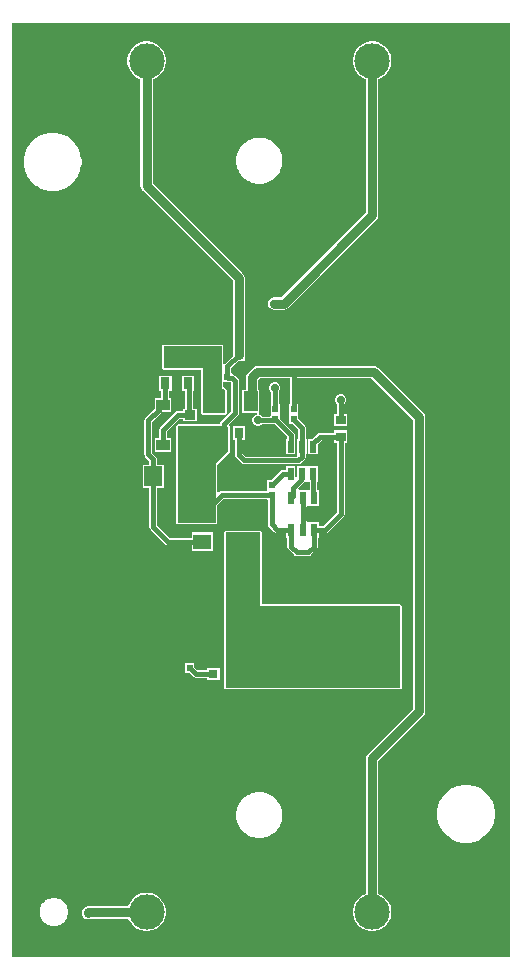
<source format=gbl>
G04*
G04 #@! TF.GenerationSoftware,Altium Limited,Altium Designer,24.2.2 (26)*
G04*
G04 Layer_Physical_Order=2*
G04 Layer_Color=16711680*
%FSLAX44Y44*%
%MOMM*%
G71*
G04*
G04 #@! TF.SameCoordinates,FA43C0E3-4D26-4613-8E19-43AB185FC845*
G04*
G04*
G04 #@! TF.FilePolarity,Positive*
G04*
G01*
G75*
%ADD13C,0.7620*%
%ADD14C,0.3810*%
%ADD15C,3.0000*%
%ADD16C,0.7112*%
%ADD17R,3.5000X1.5000*%
%ADD18R,1.1500X0.9500*%
%ADD19R,1.5000X1.3000*%
%ADD20R,0.8000X0.8000*%
%ADD21R,0.8000X0.9000*%
%ADD22R,0.9000X0.8000*%
%ADD23R,0.5657X0.5400*%
%ADD24R,1.4850X1.7280*%
%ADD25R,0.5400X0.5657*%
%ADD26R,1.6350X2.7000*%
%ADD27R,0.6000X1.1000*%
%ADD28R,0.8640X0.8065*%
%ADD29R,1.1901X1.7280*%
%ADD30R,0.8000X1.0000*%
%ADD31R,0.8000X0.8000*%
%ADD32R,0.5320X1.0720*%
G36*
X720591Y45473D02*
X299219D01*
Y835653D01*
X720591D01*
Y45473D01*
D02*
G37*
%LPC*%
G36*
X333254Y742901D02*
X333250Y742900D01*
X333245Y742901D01*
X331035Y742890D01*
X330839Y742850D01*
X330639Y742850D01*
X326309Y741970D01*
X326124Y741892D01*
X325928Y741852D01*
X321852Y740147D01*
X321686Y740035D01*
X321501Y739958D01*
X317834Y737492D01*
X317693Y737350D01*
X317527Y737238D01*
X314410Y734107D01*
X314299Y733940D01*
X314157Y733798D01*
X311709Y730120D01*
X311633Y729935D01*
X311522Y729768D01*
X309835Y725684D01*
X309797Y725487D01*
X309720Y725302D01*
X308861Y720968D01*
X308861Y720768D01*
X308822Y720571D01*
X308822Y716153D01*
X308861Y715956D01*
X308861Y715756D01*
X309720Y711422D01*
X309797Y711237D01*
X309835Y711040D01*
X311521Y706956D01*
X311632Y706789D01*
X311709Y706604D01*
X314157Y702926D01*
X314298Y702784D01*
X314409Y702617D01*
X317526Y699485D01*
X317692Y699374D01*
X317834Y699232D01*
X321500Y696766D01*
X321685Y696689D01*
X321851Y696577D01*
X325927Y694871D01*
X326124Y694832D01*
X326308Y694754D01*
X330638Y693874D01*
X330839Y693873D01*
X331035Y693833D01*
X333244Y693823D01*
X333254Y693825D01*
X333264Y693823D01*
X335473Y693833D01*
X335669Y693873D01*
X335869Y693874D01*
X340199Y694754D01*
X340384Y694831D01*
X340580Y694871D01*
X344656Y696577D01*
X344823Y696689D01*
X345007Y696766D01*
X348674Y699231D01*
X348815Y699373D01*
X348982Y699485D01*
X352099Y702617D01*
X352209Y702784D01*
X352351Y702925D01*
X354799Y706604D01*
X354875Y706789D01*
X354986Y706955D01*
X356673Y711040D01*
X356712Y711236D01*
X356788Y711421D01*
X357648Y715755D01*
X357647Y715956D01*
X357686Y716152D01*
X357687Y720571D01*
X357647Y720767D01*
X357648Y720967D01*
X356788Y725302D01*
X356712Y725487D01*
X356673Y725683D01*
X354987Y729768D01*
X354876Y729934D01*
X354799Y730119D01*
X352351Y733798D01*
X352210Y733940D01*
X352099Y734106D01*
X348982Y737238D01*
X348816Y737350D01*
X348675Y737492D01*
X345008Y739958D01*
X344823Y740035D01*
X344657Y740147D01*
X340581Y741852D01*
X340385Y741892D01*
X340200Y741969D01*
X335870Y742849D01*
X335670Y742850D01*
X335473Y742890D01*
X333264Y742901D01*
X333259Y742900D01*
X333254Y742901D01*
D02*
G37*
G36*
X506532Y738902D02*
X506335Y738862D01*
X506134D01*
X502753Y738190D01*
X502567Y738113D01*
X502370Y738074D01*
X499185Y736755D01*
X499018Y736643D01*
X498833Y736566D01*
X495966Y734651D01*
X495824Y734509D01*
X495657Y734398D01*
X493220Y731960D01*
X493108Y731793D01*
X492966Y731651D01*
X491051Y728785D01*
X490974Y728599D01*
X490863Y728432D01*
X489543Y725247D01*
X489504Y725050D01*
X489427Y724865D01*
X488755Y721484D01*
Y721283D01*
X488715Y721086D01*
X488715Y717638D01*
X488755Y717442D01*
Y717241D01*
X489427Y713860D01*
X489504Y713674D01*
X489543Y713477D01*
X490862Y710292D01*
X490974Y710125D01*
X491051Y709940D01*
X492966Y707073D01*
X493108Y706931D01*
X493219Y706764D01*
X495657Y704327D01*
X495824Y704215D01*
X495966Y704073D01*
X498832Y702158D01*
X499018Y702081D01*
X499185Y701969D01*
X502370Y700650D01*
X502567Y700611D01*
X502752Y700534D01*
X506133Y699861D01*
X506334D01*
X506531Y699822D01*
X508255D01*
X509978Y699822D01*
X510175Y699861D01*
X510376D01*
X513757Y700534D01*
X513943Y700611D01*
X514140Y700650D01*
X517325Y701969D01*
X517492Y702081D01*
X517677Y702158D01*
X520544Y704073D01*
X520686Y704215D01*
X520853Y704326D01*
X523290Y706764D01*
X523402Y706931D01*
X523544Y707073D01*
X525459Y709939D01*
X525536Y710125D01*
X525648Y710292D01*
X526967Y713477D01*
X527006Y713673D01*
X527083Y713859D01*
X527756Y717240D01*
Y717441D01*
X527795Y717638D01*
X527795Y721085D01*
X527756Y721282D01*
Y721483D01*
X527083Y724864D01*
X527006Y725050D01*
X526967Y725247D01*
X525648Y728432D01*
X525536Y728599D01*
X525459Y728784D01*
X523544Y731650D01*
X523402Y731793D01*
X523291Y731960D01*
X520853Y734397D01*
X520686Y734509D01*
X520544Y734651D01*
X517678Y736566D01*
X517492Y736643D01*
X517325Y736754D01*
X514140Y738074D01*
X513943Y738113D01*
X513758Y738190D01*
X510377Y738862D01*
X510176D01*
X509979Y738902D01*
X508255D01*
X506532Y738902D01*
D02*
G37*
G36*
X605357Y820382D02*
X602152D01*
X599008Y819757D01*
X596048Y818530D01*
X593383Y816750D01*
X591116Y814483D01*
X589336Y811819D01*
X588110Y808858D01*
X587484Y805714D01*
Y802510D01*
X588110Y799366D01*
X589336Y796405D01*
X591116Y793740D01*
X593383Y791474D01*
X596048Y789694D01*
X598575Y788647D01*
Y675242D01*
X526937Y603604D01*
X520700D01*
X518718Y603209D01*
X517038Y602086D01*
X515915Y600406D01*
X515521Y598424D01*
X515915Y596442D01*
X517038Y594762D01*
X518718Y593639D01*
X520700Y593245D01*
X529082D01*
X531064Y593639D01*
X532744Y594762D01*
X607417Y669434D01*
X608539Y671114D01*
X608934Y673096D01*
Y788647D01*
X611461Y789694D01*
X614126Y791474D01*
X616392Y793740D01*
X618172Y796405D01*
X619399Y799366D01*
X620024Y802510D01*
Y805714D01*
X619399Y808858D01*
X618172Y811819D01*
X616392Y814483D01*
X614126Y816750D01*
X611461Y818530D01*
X608500Y819757D01*
X605357Y820382D01*
D02*
G37*
G36*
X414356D02*
X411151D01*
X408008Y819757D01*
X405047Y818530D01*
X402382Y816750D01*
X400116Y814483D01*
X398336Y811819D01*
X397109Y808858D01*
X396484Y805714D01*
Y802510D01*
X397109Y799366D01*
X398336Y796405D01*
X400116Y793740D01*
X402382Y791474D01*
X405047Y789694D01*
X407574Y788647D01*
Y698243D01*
X407968Y696261D01*
X409091Y694581D01*
X485660Y618011D01*
Y560260D01*
X485570D01*
Y554298D01*
X478895Y547623D01*
X478525Y547659D01*
X477625Y548052D01*
Y562356D01*
X477222Y563328D01*
X476250Y563731D01*
X427228D01*
X426256Y563328D01*
X425853Y562356D01*
Y543814D01*
X426256Y542842D01*
X427228Y542439D01*
X458873D01*
Y505714D01*
X459276Y504742D01*
X460248Y504339D01*
X479176D01*
X479430Y504445D01*
X479705Y504445D01*
X479709Y504447D01*
X479901Y504640D01*
X480152Y504744D01*
X480258Y504997D01*
X480452Y505192D01*
X480451Y505464D01*
X480555Y505716D01*
Y525530D01*
X480152Y526502D01*
X480152Y526502D01*
X479394Y527260D01*
X478422Y527663D01*
X477625Y528524D01*
Y531970D01*
X481579D01*
X481891Y531908D01*
X484107D01*
X484443Y531572D01*
Y507309D01*
X475958Y498824D01*
X475256Y497774D01*
X475010Y496535D01*
Y496167D01*
X439420D01*
X438448Y495764D01*
X438045Y494792D01*
Y412750D01*
X438448Y411778D01*
X439420Y411375D01*
X471424D01*
X472396Y411778D01*
X472799Y412750D01*
Y428140D01*
X477783Y433125D01*
X514952D01*
Y432263D01*
X515431D01*
Y411734D01*
X515677Y410495D01*
X516379Y409445D01*
X520989Y404835D01*
X522039Y404133D01*
X523278Y403887D01*
X531060D01*
Y400354D01*
X532093D01*
Y392532D01*
X532340Y391293D01*
X533041Y390243D01*
X537715Y385569D01*
X538765Y384867D01*
X540004Y384621D01*
X549656D01*
X550895Y384867D01*
X551945Y385569D01*
X556619Y390243D01*
X557320Y391293D01*
X557567Y392532D01*
Y400354D01*
X558600D01*
Y403887D01*
X564096D01*
X565335Y404133D01*
X566385Y404835D01*
X579631Y418081D01*
X580333Y419131D01*
X580579Y420370D01*
Y480490D01*
X582858D01*
Y491030D01*
X571318D01*
Y488997D01*
X559548D01*
X558309Y488751D01*
X557259Y488049D01*
X553141Y483931D01*
X549859D01*
Y470671D01*
X557719D01*
Y479353D01*
X560889Y482523D01*
X571318D01*
Y480490D01*
X574105D01*
Y421711D01*
X562755Y410361D01*
X558600D01*
Y413894D01*
X550370D01*
X550060Y413894D01*
X549100D01*
X548067Y414865D01*
Y426456D01*
X548965Y427354D01*
X550060D01*
X550370Y427354D01*
X558600D01*
Y440894D01*
X557297D01*
Y447689D01*
X557719D01*
Y460949D01*
X549859D01*
Y447689D01*
X550822D01*
Y441657D01*
X550060Y440894D01*
X549100D01*
X548790Y440894D01*
X541756D01*
X541230Y442164D01*
X545824Y446758D01*
X546446Y447689D01*
X548220D01*
Y460949D01*
X540360D01*
Y453877D01*
X540297Y453564D01*
Y451191D01*
X539990Y450979D01*
X538720Y451647D01*
Y460949D01*
X530860D01*
Y457556D01*
X528095D01*
X526856Y457310D01*
X525806Y456608D01*
X518314Y449116D01*
X514952D01*
X514952Y440497D01*
X514054Y439599D01*
X476442D01*
X475203Y439353D01*
X474153Y438651D01*
X473972Y438470D01*
X472799Y438956D01*
Y461965D01*
X483062Y472228D01*
X483062D01*
X483062Y472228D01*
X483064Y472230D01*
X483266Y472719D01*
X483467Y473199D01*
Y473202D01*
X483467Y473202D01*
X483467Y473202D01*
X483512Y493548D01*
X483512Y493549D01*
X483512Y493549D01*
X483316Y494024D01*
X483111Y494521D01*
X483111Y494521D01*
X483110Y494522D01*
X481962Y495672D01*
X489969Y503679D01*
X490671Y504729D01*
X490917Y505968D01*
Y532913D01*
X490671Y534152D01*
X489969Y535202D01*
X487737Y537434D01*
X486687Y538136D01*
X485448Y538382D01*
X485195D01*
Y539910D01*
X484333D01*
Y543906D01*
X490148Y549720D01*
X496110D01*
Y560260D01*
X496019D01*
Y620156D01*
X495625Y622138D01*
X494502Y623819D01*
X494502Y623819D01*
X417933Y700388D01*
Y788647D01*
X420461Y789694D01*
X423125Y791474D01*
X425392Y793740D01*
X427172Y796405D01*
X428399Y799366D01*
X429024Y802510D01*
Y805714D01*
X428399Y808858D01*
X427172Y811819D01*
X425392Y814483D01*
X423125Y816750D01*
X420461Y818530D01*
X417500Y819757D01*
X414356Y820382D01*
D02*
G37*
G36*
X452920Y537060D02*
X442380D01*
Y524520D01*
X445378D01*
Y509406D01*
X443990D01*
Y507341D01*
X439080D01*
X437841Y507094D01*
X436791Y506393D01*
X424431Y494033D01*
X423729Y492983D01*
X423483Y491744D01*
Y484396D01*
X419700D01*
Y472356D01*
X433740D01*
Y484396D01*
X429957D01*
Y490403D01*
X440420Y500866D01*
X443990D01*
Y498801D01*
X455170D01*
Y509406D01*
X451852D01*
Y524520D01*
X452920D01*
Y537060D01*
D02*
G37*
G36*
X578048Y521716D02*
X576128D01*
X574354Y520981D01*
X572997Y519624D01*
X572262Y517850D01*
Y515930D01*
X572997Y514156D01*
X573851Y513302D01*
Y505030D01*
X571318D01*
Y494490D01*
X582858D01*
Y505030D01*
X580325D01*
Y513302D01*
X581179Y514156D01*
X581914Y515930D01*
Y517850D01*
X581179Y519624D01*
X579822Y520981D01*
X578048Y521716D01*
D02*
G37*
G36*
X433920Y537060D02*
X423380D01*
Y524520D01*
X425413D01*
Y518244D01*
X419700D01*
Y509782D01*
X411731Y501813D01*
X411029Y500763D01*
X410783Y499524D01*
Y470869D01*
X411029Y469630D01*
X411731Y468580D01*
X415177Y465134D01*
Y462030D01*
X409719D01*
Y442210D01*
X415177D01*
Y409372D01*
X415423Y408133D01*
X416125Y407083D01*
X428556Y394652D01*
X429606Y393950D01*
X430845Y393704D01*
X451249D01*
Y389171D01*
X468789D01*
Y404711D01*
X451249D01*
Y400178D01*
X432186D01*
X421651Y410713D01*
Y442210D01*
X427109D01*
Y462030D01*
X421651D01*
Y466475D01*
X421405Y467714D01*
X420703Y468764D01*
X417257Y472210D01*
Y498183D01*
X425164Y506090D01*
X425240Y506204D01*
X433740D01*
Y518244D01*
X431887D01*
Y524520D01*
X433920D01*
Y537060D01*
D02*
G37*
G36*
X453296Y294156D02*
X445356D01*
Y285960D01*
X448718D01*
X451978Y282699D01*
X453029Y281997D01*
X454268Y281751D01*
X464122D01*
Y279718D01*
X474662D01*
Y290258D01*
X464122D01*
Y288225D01*
X455608D01*
X453296Y290538D01*
Y294156D01*
D02*
G37*
G36*
X508762Y405997D02*
X480060D01*
X479088Y405594D01*
X478685Y404622D01*
Y273050D01*
X479088Y272078D01*
X480060Y271675D01*
X627380D01*
X628352Y272078D01*
X628755Y273050D01*
Y342392D01*
X628352Y343364D01*
X627380Y343767D01*
X510137D01*
Y404622D01*
X509734Y405594D01*
X508762Y405997D01*
D02*
G37*
G36*
X683254Y190903D02*
X683249Y190902D01*
X683244Y190903D01*
X681035Y190892D01*
X680838Y190852D01*
X680638Y190852D01*
X676308Y189972D01*
X676123Y189894D01*
X675927Y189854D01*
X671851Y188149D01*
X671685Y188037D01*
X671500Y187960D01*
X667833Y185494D01*
X667692Y185352D01*
X667526Y185241D01*
X664409Y182109D01*
X664298Y181942D01*
X664157Y181800D01*
X661708Y178122D01*
X661632Y177937D01*
X661521Y177770D01*
X659835Y173686D01*
X659796Y173489D01*
X659719Y173304D01*
X658860Y168970D01*
X658860Y168770D01*
X658821Y168573D01*
X658821Y164155D01*
X658860Y163958D01*
X658860Y163758D01*
X659719Y159424D01*
X659796Y159239D01*
X659835Y159043D01*
X661521Y154958D01*
X661632Y154791D01*
X661708Y154606D01*
X664156Y150928D01*
X664298Y150786D01*
X664409Y150619D01*
X667525Y147487D01*
X667692Y147376D01*
X667833Y147234D01*
X671499Y144768D01*
X671684Y144691D01*
X671850Y144579D01*
X675927Y142873D01*
X676123Y142834D01*
X676308Y142756D01*
X680638Y141876D01*
X680838Y141875D01*
X681034Y141835D01*
X683243Y141825D01*
X683253Y141827D01*
X683263Y141825D01*
X685472Y141835D01*
X685668Y141875D01*
X685869Y141876D01*
X690199Y142756D01*
X690383Y142834D01*
X690580Y142873D01*
X694656Y144579D01*
X694822Y144691D01*
X695007Y144768D01*
X698673Y147233D01*
X698815Y147375D01*
X698981Y147487D01*
X702098Y150619D01*
X702209Y150786D01*
X702350Y150928D01*
X704798Y154606D01*
X704875Y154791D01*
X704986Y154958D01*
X706672Y159042D01*
X706711Y159238D01*
X706787Y159423D01*
X707647Y163758D01*
X707647Y163958D01*
X707686Y164154D01*
X707686Y168573D01*
X707647Y168769D01*
X707647Y168970D01*
X706787Y173304D01*
X706711Y173489D01*
X706672Y173685D01*
X704986Y177770D01*
X704875Y177936D01*
X704799Y178121D01*
X702350Y181800D01*
X702209Y181942D01*
X702098Y182108D01*
X698981Y185240D01*
X698815Y185352D01*
X698674Y185494D01*
X695007Y187960D01*
X694822Y188037D01*
X694656Y188149D01*
X690580Y189854D01*
X690384Y189894D01*
X690199Y189971D01*
X685869Y190851D01*
X685669Y190852D01*
X685473Y190892D01*
X683263Y190903D01*
X683259Y190902D01*
X683254Y190903D01*
D02*
G37*
G36*
X506532Y184902D02*
X506335Y184863D01*
X506134D01*
X502753Y184191D01*
X502567Y184114D01*
X502370Y184074D01*
X499185Y182755D01*
X499018Y182644D01*
X498833Y182567D01*
X495966Y180652D01*
X495824Y180510D01*
X495657Y180398D01*
X493220Y177961D01*
X493108Y177794D01*
X492966Y177652D01*
X491051Y174785D01*
X490974Y174600D01*
X490863Y174433D01*
X489543Y171248D01*
X489504Y171051D01*
X489427Y170865D01*
X488755Y167484D01*
Y167283D01*
X488715Y167086D01*
X488715Y163639D01*
X488755Y163442D01*
Y163241D01*
X489427Y159860D01*
X489504Y159675D01*
X489543Y159478D01*
X490862Y156293D01*
X490974Y156126D01*
X491051Y155940D01*
X492966Y153074D01*
X493108Y152932D01*
X493219Y152765D01*
X495657Y150327D01*
X495824Y150216D01*
X495966Y150074D01*
X498832Y148158D01*
X499018Y148082D01*
X499185Y147970D01*
X502370Y146651D01*
X502567Y146611D01*
X502752Y146535D01*
X506133Y145862D01*
X506334D01*
X506531Y145823D01*
X508255D01*
X509978Y145823D01*
X510175Y145862D01*
X510376D01*
X513757Y146535D01*
X513943Y146611D01*
X514140Y146650D01*
X517325Y147970D01*
X517492Y148081D01*
X517677Y148158D01*
X520544Y150073D01*
X520686Y150215D01*
X520853Y150327D01*
X523290Y152764D01*
X523402Y152931D01*
X523544Y153074D01*
X525459Y155940D01*
X525536Y156125D01*
X525648Y156292D01*
X526967Y159477D01*
X527006Y159674D01*
X527083Y159860D01*
X527756Y163241D01*
Y163442D01*
X527795Y163639D01*
X527795Y167086D01*
X527756Y167283D01*
Y167484D01*
X527083Y170865D01*
X527006Y171050D01*
X526967Y171247D01*
X525648Y174432D01*
X525536Y174599D01*
X525459Y174785D01*
X523544Y177651D01*
X523402Y177793D01*
X523291Y177960D01*
X520853Y180398D01*
X520686Y180509D01*
X520544Y180651D01*
X517678Y182567D01*
X517492Y182643D01*
X517325Y182755D01*
X514140Y184074D01*
X513943Y184114D01*
X513758Y184190D01*
X510377Y184863D01*
X510176D01*
X509979Y184902D01*
X508255D01*
X506532Y184902D01*
D02*
G37*
G36*
X332939Y95403D02*
X332677Y95351D01*
X332411Y95334D01*
X329868Y94652D01*
X329628Y94534D01*
X329376Y94449D01*
X327095Y93132D01*
X326895Y92956D01*
X326673Y92808D01*
X324811Y90946D01*
X324663Y90725D01*
X324487Y90524D01*
X323170Y88244D01*
X323085Y87991D01*
X322967Y87752D01*
X322285Y85209D01*
X322268Y84942D01*
X322216Y84681D01*
X322215Y82048D01*
X322267Y81786D01*
X322285Y81520D01*
X322966Y78977D01*
X323084Y78737D01*
X323170Y78485D01*
X324487Y76204D01*
X324663Y76004D01*
X324811Y75782D01*
X326673Y73920D01*
X326894Y73772D01*
X327095Y73596D01*
X329375Y72280D01*
X329628Y72194D01*
X329867Y72076D01*
X332410Y71394D01*
X332676Y71377D01*
X332938Y71325D01*
X334254Y71325D01*
X335571Y71325D01*
X335833Y71377D01*
X336099Y71394D01*
X338642Y72076D01*
X338881Y72193D01*
X339134Y72279D01*
X341414Y73596D01*
X341615Y73772D01*
X341837Y73920D01*
X343699Y75782D01*
X343847Y76003D01*
X344023Y76204D01*
X345339Y78484D01*
X345425Y78737D01*
X345543Y78976D01*
X346225Y81519D01*
X346242Y81785D01*
X346294Y82047D01*
X346294Y84680D01*
X346242Y84942D01*
X346225Y85208D01*
X345543Y87751D01*
X345425Y87991D01*
X345340Y88243D01*
X344023Y90524D01*
X343847Y90724D01*
X343699Y90946D01*
X341837Y92808D01*
X341615Y92956D01*
X341415Y93132D01*
X339135Y94448D01*
X338882Y94534D01*
X338643Y94652D01*
X336100Y95334D01*
X335833Y95351D01*
X335572Y95403D01*
X334255Y95403D01*
X332939Y95403D01*
D02*
G37*
G36*
X605267Y545707D02*
X506622D01*
X504640Y545312D01*
X502959Y544190D01*
X498495Y539726D01*
X497373Y538046D01*
X496978Y536063D01*
Y525530D01*
X493640D01*
Y505710D01*
X506015D01*
X506024Y504444D01*
X504250Y503709D01*
X502893Y502352D01*
X502158Y500578D01*
Y498658D01*
X502893Y496884D01*
X504250Y495527D01*
X506024Y494792D01*
X507944D01*
X509718Y495527D01*
X510410Y496219D01*
X520921D01*
X521234Y496282D01*
X521236D01*
X531553Y485965D01*
Y483931D01*
X530860D01*
Y470671D01*
X538720D01*
Y483931D01*
X538027D01*
Y487306D01*
X537781Y488545D01*
X537079Y489595D01*
X525686Y500988D01*
X525686Y504478D01*
X525686Y505748D01*
Y513135D01*
X524699D01*
Y523462D01*
X525299Y524062D01*
X526034Y525836D01*
Y527756D01*
X525299Y529530D01*
X523942Y530887D01*
X522168Y531622D01*
X520248D01*
X518474Y530887D01*
X517117Y529530D01*
X516382Y527756D01*
Y525836D01*
X517117Y524062D01*
X518225Y522954D01*
Y513135D01*
X517746D01*
Y505748D01*
X517746Y504938D01*
X517746Y503964D01*
X517032Y502694D01*
X510733D01*
X509718Y503709D01*
X507944Y504444D01*
X507953Y505710D01*
X508080D01*
Y525530D01*
X507337D01*
Y533918D01*
X508767Y535348D01*
X533973D01*
Y513135D01*
X533240D01*
Y505748D01*
X533240Y504938D01*
X533240Y503668D01*
Y496282D01*
X536602D01*
X541052Y491831D01*
Y483931D01*
X540360D01*
Y470671D01*
X540360D01*
X540290Y469430D01*
X539679Y468819D01*
X496895D01*
X493965Y471749D01*
Y483180D01*
X496140D01*
Y494720D01*
X485600D01*
Y483180D01*
X487491D01*
Y470408D01*
X487737Y469169D01*
X488439Y468119D01*
X493265Y463293D01*
X494315Y462591D01*
X495554Y462345D01*
X541020D01*
X542259Y462591D01*
X543309Y463293D01*
X546579Y466563D01*
X547280Y467613D01*
X547527Y468852D01*
Y470671D01*
X548220D01*
Y483931D01*
X547527D01*
Y493172D01*
X547280Y494411D01*
X546579Y495461D01*
X541180Y500860D01*
X541180Y504478D01*
X541180Y505748D01*
Y513135D01*
X540447D01*
Y535348D01*
X603121D01*
X638456Y500013D01*
Y255383D01*
X600092Y217019D01*
X598969Y215338D01*
X598575Y213356D01*
Y98829D01*
X596048Y97782D01*
X593383Y96002D01*
X591116Y93736D01*
X589336Y91071D01*
X588110Y88110D01*
X587484Y84966D01*
Y81762D01*
X588110Y78618D01*
X589336Y75657D01*
X591116Y72993D01*
X593383Y70726D01*
X596048Y68946D01*
X599008Y67719D01*
X602152Y67094D01*
X605357D01*
X608500Y67719D01*
X611461Y68946D01*
X614126Y70726D01*
X616392Y72993D01*
X618172Y75657D01*
X619399Y78618D01*
X620024Y81762D01*
Y84966D01*
X619399Y88110D01*
X618172Y91071D01*
X616392Y93736D01*
X614126Y96002D01*
X611461Y97782D01*
X608934Y98829D01*
Y211211D01*
X647299Y249576D01*
X648421Y251256D01*
X648816Y253238D01*
Y502158D01*
X648421Y504140D01*
X647299Y505821D01*
X608929Y544190D01*
X607249Y545312D01*
X605267Y545707D01*
D02*
G37*
G36*
X414356Y99634D02*
X411151D01*
X408008Y99009D01*
X405047Y97782D01*
X402382Y96002D01*
X400116Y93736D01*
X398336Y91071D01*
X397120Y88137D01*
X363373D01*
X361391Y87742D01*
X359711Y86620D01*
X359304Y86213D01*
X358181Y84532D01*
X357786Y82550D01*
X358181Y80568D01*
X359304Y78888D01*
X360984Y77765D01*
X362966Y77371D01*
X364948Y77765D01*
X364967Y77778D01*
X397457D01*
X398336Y75657D01*
X400116Y72993D01*
X402382Y70726D01*
X405047Y68946D01*
X408008Y67719D01*
X411151Y67094D01*
X414356D01*
X417500Y67719D01*
X420461Y68946D01*
X423125Y70726D01*
X425392Y72993D01*
X427172Y75657D01*
X428399Y78618D01*
X429024Y81762D01*
Y84966D01*
X428399Y88110D01*
X427172Y91071D01*
X425392Y93736D01*
X423125Y96002D01*
X420461Y97782D01*
X417500Y99009D01*
X414356Y99634D01*
D02*
G37*
%LPD*%
G36*
X476250Y526288D02*
X478422D01*
X479180Y525530D01*
Y505716D01*
X479176Y505714D01*
X460248D01*
Y543814D01*
X427228D01*
Y562356D01*
X476250D01*
Y526288D01*
D02*
G37*
G36*
X482137Y493551D02*
X482092Y473202D01*
X471424Y462534D01*
Y412750D01*
X439420D01*
Y494792D01*
X480899D01*
X482137Y493551D01*
D02*
G37*
G36*
X508762Y342392D02*
X627380D01*
Y273050D01*
X480060D01*
Y404622D01*
X508762D01*
Y342392D01*
D02*
G37*
D13*
X520700Y598424D02*
X529082D01*
X603754Y673096D01*
X502158Y516918D02*
Y536063D01*
X506622Y540527D02*
X605267D01*
X500860Y515620D02*
X502158Y516918D01*
Y536063D02*
X506622Y540527D01*
X605267D02*
X643636Y502158D01*
X362966Y82550D02*
X363373Y82957D01*
X412345D02*
X412753Y83365D01*
X363373Y82957D02*
X412345D01*
X603754Y673096D02*
Y804112D01*
Y213356D02*
X643636Y253238D01*
Y502158D01*
X603754Y83365D02*
Y213356D01*
X412753Y698243D02*
Y804112D01*
Y698243D02*
X490840Y620156D01*
Y554990D02*
Y620156D01*
D14*
X521462Y509290D02*
Y526542D01*
Y509290D02*
X521716Y509036D01*
X521208Y526796D02*
X521462Y526542D01*
X537210Y509036D02*
Y538703D01*
X490728Y470408D02*
Y488808D01*
X490870Y488950D01*
X490728Y470408D02*
X495554Y465582D01*
X541020D01*
X544290Y468852D02*
Y477301D01*
X541020Y465582D02*
X544290Y468852D01*
X490870Y488950D02*
X491505Y488315D01*
X507145Y499457D02*
X520921D01*
X521716Y500252D02*
Y500380D01*
X520921Y499457D02*
X521716Y500252D01*
X506984Y499618D02*
X507145Y499457D01*
X577088Y499760D02*
Y516890D01*
X418414Y409372D02*
Y452120D01*
X430845Y396941D02*
X460019D01*
X418414Y409372D02*
X430845Y396941D01*
X461019Y420939D02*
X476442Y436362D01*
X460019Y420939D02*
X461019D01*
X476442Y436362D02*
X518922D01*
X549656Y387858D02*
X554330Y392532D01*
Y407124D01*
X540004Y387858D02*
X549656D01*
X535330Y392532D02*
Y407124D01*
Y392532D02*
X540004Y387858D01*
X577342Y420370D02*
Y485506D01*
X577088Y485760D02*
X577342Y485506D01*
X564096Y407124D02*
X577342Y420370D01*
X554330Y407124D02*
X564096D01*
X518668Y436108D02*
X518922Y436362D01*
X518668Y411734D02*
Y436108D01*
X523278Y407124D02*
X535330D01*
X518668Y411734D02*
X523278Y407124D01*
X544830D02*
Y434124D01*
X518922Y445146D02*
X528095Y454319D01*
X534790D01*
X518922Y445018D02*
Y445146D01*
X536425Y435219D02*
Y441937D01*
X543535Y449047D02*
Y453564D01*
X536425Y441937D02*
X543535Y449047D01*
X535330Y434124D02*
X536425Y435219D01*
X543535Y453564D02*
X544290Y454319D01*
X554059Y434394D02*
Y454049D01*
Y434394D02*
X554330Y434124D01*
X553789Y454319D02*
X554059Y454049D01*
X553789Y480001D02*
X559548Y485760D01*
X577088D01*
X553789Y477301D02*
Y480001D01*
X534790Y477301D02*
Y487306D01*
X522639Y499457D02*
X534790Y487306D01*
X522511Y499457D02*
X522639D01*
X521716Y500252D02*
X522511Y499457D01*
X537210Y500252D02*
X544290Y493172D01*
Y477301D02*
Y493172D01*
X537210Y500252D02*
Y500380D01*
X478247Y490327D02*
Y496535D01*
X487680Y505968D02*
Y532913D01*
X476870Y488950D02*
X478247Y490327D01*
Y496535D02*
X487680Y505968D01*
X485448Y535145D02*
X487680Y532913D01*
X481891Y535145D02*
X485448D01*
X481096Y535940D02*
X481891Y535145D01*
X481096Y545247D02*
X490840Y554990D01*
X481096Y535940D02*
Y545247D01*
X426720Y512224D02*
X428650Y514154D01*
Y530790D01*
X425720Y512224D02*
X426720D01*
X422875Y509379D02*
X425720Y512224D01*
X422875Y508379D02*
Y509379D01*
X414020Y499524D02*
X422875Y508379D01*
X414020Y470869D02*
Y499524D01*
X418414Y452120D02*
Y466475D01*
X414020Y470869D02*
X418414Y466475D01*
X426720Y478376D02*
Y491744D01*
X439080Y504104D01*
X449580D01*
X447650Y530790D02*
X448615Y529825D01*
Y505069D02*
X449580Y504104D01*
X448615Y505069D02*
Y529825D01*
X449326Y289930D02*
Y290058D01*
X454268Y284988D02*
X469392D01*
X449326Y289930D02*
X454268Y284988D01*
D15*
X412754Y83364D02*
D03*
X603754D02*
D03*
Y804112D02*
D03*
X412754D02*
D03*
D16*
X692798Y268600D02*
D03*
X678575D02*
D03*
X662572D02*
D03*
X692152Y279608D02*
D03*
X678180Y280162D02*
D03*
X663842Y280284D02*
D03*
X602629Y394584D02*
D03*
X626250Y413126D02*
D03*
X612140Y406908D02*
D03*
X509016Y412242D02*
D03*
X480060Y411734D02*
D03*
X509270Y425704D02*
D03*
X421386Y276606D02*
D03*
X415290Y292608D02*
D03*
X418338Y326898D02*
D03*
X420370Y310642D02*
D03*
X438658Y277368D02*
D03*
X434594Y297434D02*
D03*
X439674Y315214D02*
D03*
X512064Y455930D02*
D03*
X501904D02*
D03*
X491490D02*
D03*
X480822D02*
D03*
X406654Y341376D02*
D03*
Y351536D02*
D03*
Y361950D02*
D03*
Y372618D02*
D03*
X417068Y341122D02*
D03*
Y351282D02*
D03*
Y361696D02*
D03*
Y372364D02*
D03*
X427990Y341122D02*
D03*
Y351282D02*
D03*
Y361696D02*
D03*
Y372364D02*
D03*
X438404Y340360D02*
D03*
Y350520D02*
D03*
Y360934D02*
D03*
Y371602D02*
D03*
X546100Y367792D02*
D03*
X556260D02*
D03*
X566674D02*
D03*
X577342D02*
D03*
X546354Y358394D02*
D03*
X556514D02*
D03*
X566928D02*
D03*
X577596D02*
D03*
X662432Y422910D02*
D03*
X672592D02*
D03*
X683006D02*
D03*
X693674D02*
D03*
X662178Y413766D02*
D03*
X672338D02*
D03*
X682752D02*
D03*
X693420D02*
D03*
X693674Y403860D02*
D03*
X683006D02*
D03*
X672592D02*
D03*
X662432D02*
D03*
X520700Y598424D02*
D03*
X521208Y526796D02*
D03*
X362966Y82550D02*
D03*
X506984Y499618D02*
D03*
X577088Y516890D02*
D03*
D17*
X675980Y303195D02*
D03*
X601980Y357995D02*
D03*
Y332994D02*
D03*
X675980Y387794D02*
D03*
D18*
X426720Y478376D02*
D03*
Y512224D02*
D03*
D19*
X460019Y420939D02*
D03*
X495021D02*
D03*
Y396941D02*
D03*
X460019D02*
D03*
D20*
X466740Y554990D02*
D03*
X490840D02*
D03*
D21*
X471139Y304800D02*
D03*
X485140D02*
D03*
X476870Y488950D02*
D03*
X490870D02*
D03*
D22*
X577088Y485760D02*
D03*
Y499760D02*
D03*
D23*
X472440Y535940D02*
D03*
X481096D02*
D03*
D24*
X418414Y452120D02*
D03*
X450266D02*
D03*
X493446Y330200D02*
D03*
X461594D02*
D03*
D25*
X537210Y509036D02*
D03*
Y500380D02*
D03*
X521716Y509036D02*
D03*
Y500380D02*
D03*
X449326Y298714D02*
D03*
Y290058D02*
D03*
X518922Y445018D02*
D03*
Y436362D02*
D03*
D26*
X462346Y360680D02*
D03*
X492694D02*
D03*
D27*
X535330Y434124D02*
D03*
X544830D02*
D03*
X554330D02*
D03*
Y407124D02*
D03*
X544830D02*
D03*
X535330D02*
D03*
D28*
X449580Y504104D02*
D03*
Y489036D02*
D03*
D29*
X471960Y515620D02*
D03*
X500860D02*
D03*
D30*
X428650Y530790D02*
D03*
X438149Y553790D02*
D03*
X447650Y530790D02*
D03*
D31*
X485384Y284919D02*
D03*
X469392Y284988D02*
D03*
D32*
X553789Y454319D02*
D03*
X544290D02*
D03*
X534790D02*
D03*
Y477301D02*
D03*
X544290D02*
D03*
X553789D02*
D03*
M02*

</source>
